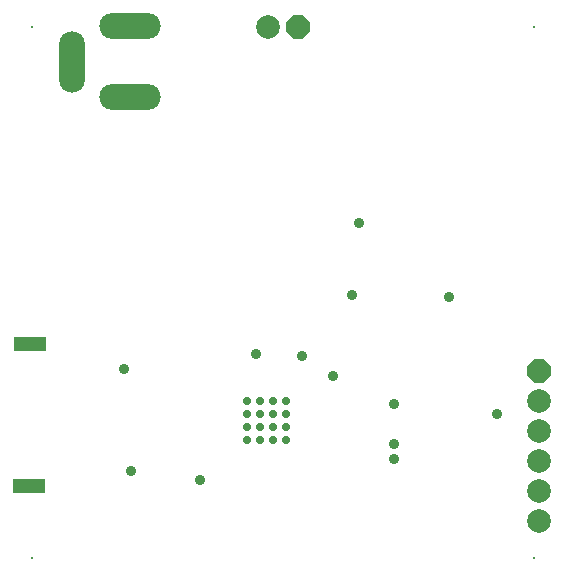
<source format=gbs>
G04 Layer_Color=16711935*
%FSLAX43Y43*%
%MOMM*%
G71*
G01*
G75*
%ADD73C,0.203*%
%ADD74R,2.703X1.203*%
%ADD75C,2.003*%
%ADD76P,2.168X8X292.5*%
%ADD77O,5.203X2.203*%
%ADD78O,2.203X5.203*%
%ADD79P,2.168X8X202.5*%
%ADD80C,0.903*%
%ADD81C,0.703*%
D73*
X45000Y2500D02*
D03*
Y47500D02*
D03*
X2500D02*
D03*
Y2500D02*
D03*
D74*
X2325Y20600D02*
D03*
X2250Y8650D02*
D03*
D75*
X45400Y5625D02*
D03*
Y10705D02*
D03*
Y13245D02*
D03*
Y15785D02*
D03*
Y8165D02*
D03*
X22485Y47500D02*
D03*
D76*
X45400Y18325D02*
D03*
D77*
X10775Y41525D02*
D03*
Y47525D02*
D03*
D78*
X5875Y44475D02*
D03*
D79*
X25025Y47500D02*
D03*
D80*
X25325Y19650D02*
D03*
X37775Y24625D02*
D03*
X33150Y15525D02*
D03*
X33125Y12150D02*
D03*
X27950Y17900D02*
D03*
X33100Y10875D02*
D03*
X21450Y19825D02*
D03*
X41800Y14675D02*
D03*
X30125Y30850D02*
D03*
X29600Y24775D02*
D03*
X16650Y9125D02*
D03*
X10850Y9875D02*
D03*
X10225Y18525D02*
D03*
D81*
X20700Y15800D02*
D03*
X21800D02*
D03*
X22900D02*
D03*
X24000D02*
D03*
X20700Y14700D02*
D03*
X21800D02*
D03*
X22900D02*
D03*
X24000D02*
D03*
X20700Y13600D02*
D03*
X21800D02*
D03*
X22900D02*
D03*
X24000D02*
D03*
X20700Y12500D02*
D03*
X21800D02*
D03*
X22900D02*
D03*
X24000D02*
D03*
M02*

</source>
